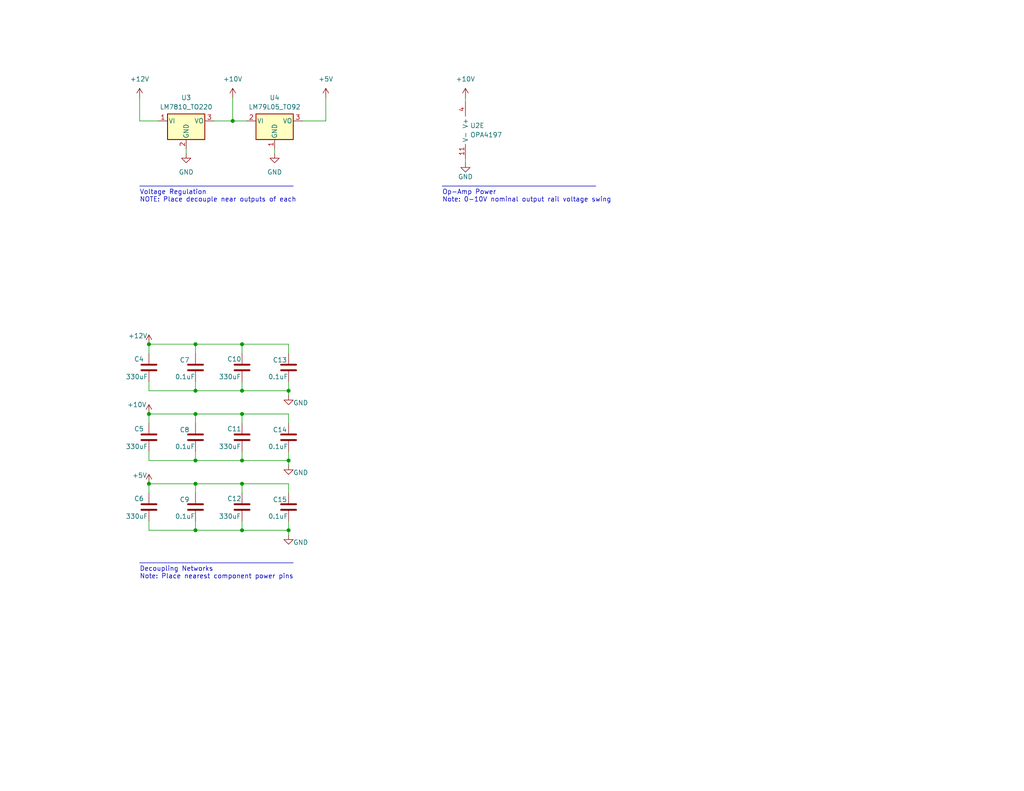
<source format=kicad_sch>
(kicad_sch (version 20231120) (generator "eeschema") (generator_version "8.0")
  (paper "USLetter")
  (title_block (title "PICO Motor Interface") (date "2024-06-24") (rev "0.00 alpha") (company "ISU") (comment 1 "Power"))
  (lib_symbols
    (symbol "Amplifier_Operational:OPA4197xPW"
      (property "Reference" "U" (at 0 3.81 0))
      (property "Value" "OPA4197xPW" (at 0 -3.81 0))
      (symbol "OPA4197xPW_1_1"
        (polyline (pts (xy -5.08 5.08) (xy 5.08 0) (xy -5.08 -5.08) (xy -5.08 5.08)) (stroke (width 0.254)) (fill (type background)))
        (pin output line (at 7.62 0 180) (length 2.54) (name "~") (number "1"))
        (pin input line (at -7.62 -2.54 0) (length 2.54) (name "-") (number "2"))
        (pin input line (at -7.62 2.54 0) (length 2.54) (name "+") (number "3"))
      )
      (symbol "OPA4197xPW_2_1"
        (polyline (pts (xy -5.08 5.08) (xy 5.08 0) (xy -5.08 -5.08) (xy -5.08 5.08)) (stroke (width 0.254)) (fill (type background)))
        (pin input line (at -7.62 2.54 0) (length 2.54) (name "+") (number "5"))
        (pin input line (at -7.62 -2.54 0) (length 2.54) (name "-") (number "6"))
        (pin output line (at 7.62 0 180) (length 2.54) (name "~") (number "7"))
      )
      (symbol "OPA4197xPW_3_1"
        (polyline (pts (xy -5.08 5.08) (xy 5.08 0) (xy -5.08 -5.08) (xy -5.08 5.08)) (stroke (width 0.254)) (fill (type background)))
        (pin input line (at -7.62 2.54 0) (length 2.54) (name "+") (number "10"))
        (pin output line (at 7.62 0 180) (length 2.54) (name "~") (number "8"))
        (pin input line (at -7.62 -2.54 0) (length 2.54) (name "-") (number "9"))
      )
      (symbol "OPA4197xPW_4_1"
        (polyline (pts (xy -5.08 5.08) (xy 5.08 0) (xy -5.08 -5.08) (xy -5.08 5.08)) (stroke (width 0.254)) (fill (type background)))
        (pin input line (at -7.62 2.54 0) (length 2.54) (name "+") (number "12"))
        (pin input line (at -7.62 -2.54 0) (length 2.54) (name "-") (number "13"))
        (pin output line (at 7.62 0 180) (length 2.54) (name "~") (number "14"))
      )
      (symbol "OPA4197xPW_5_1"
        (pin power_in line (at -2.54 -7.62 90) (length 3.81) (name "V-") (number "11"))
        (pin power_in line (at -2.54 7.62 270) (length 3.81) (name "V+") (number "4"))
      )
    )
    (symbol "Device:C" (pin_numbers hide) (pin_names (offset 0.254))
      (property "Reference" "C" (at 0.635 2.54 0))
      (property "Value" "C" (at 0.635 -2.54 0))
      (symbol "C_0_1"
        (polyline (pts (xy -2.032 -0.762) (xy 2.032 -0.762)) (stroke (width 0.508)))
        (polyline (pts (xy -2.032 0.762) (xy 2.032 0.762)) (stroke (width 0.508)))
      )
      (symbol "C_1_1"
        (pin passive line (at 0 3.81 270) (length 2.794) (name "~") (number "1"))
        (pin passive line (at 0 -3.81 90) (length 2.794) (name "~") (number "2"))
      )
    )
    (symbol "F2018-cache:GND" (power) (pin_names (offset 0))
      (property "Value" "GND" (at 0 -3.81 0))
      (symbol "GND_0_1"
        (polyline (pts (xy 0 0) (xy 0 -1.27) (xy 1.27 -1.27) (xy 0 -2.54) (xy -1.27 -1.27) (xy 0 -1.27)))
      )
      (symbol "GND_1_1"
        (pin power_in line (at 0 0 270) (length 0) hide (name "GND") (number "1"))
      )
    )
    (symbol "Regulator_Linear:LM7810_TO220" (pin_names (offset 0.254))
      (property "Reference" "U" (at -3.81 3.175 0))
      (property "Value" "LM7810_TO220" (at 0 3.175 0))
      (symbol "LM7810_TO220_0_1"
        (rectangle (start -5.08 1.905) (end 5.08 -5.08) (stroke (width 0.254)) (fill (type background)))
      )
      (symbol "LM7810_TO220_1_1"
        (pin power_in line (at -7.62 0 0) (length 2.54) (name "VI") (number "1"))
        (pin power_in line (at 0 -7.62 90) (length 2.54) (name "GND") (number "2"))
        (pin power_out line (at 7.62 0 180) (length 2.54) (name "VO") (number "3"))
      )
    )
    (symbol "Regulator_Linear:LM79L05_TO92" (pin_names (offset 0.254))
      (property "Reference" "U" (at -3.81 -3.175 0))
      (property "Value" "LM79L05_TO92" (at 0 -3.175 0))
      (symbol "LM79L05_TO92_0_1"
        (rectangle (start -5.08 5.08) (end 5.08 -1.905) (stroke (width 0.254)) (fill (type background)))
      )
      (symbol "LM79L05_TO92_1_1"
        (pin power_in line (at 0 7.62 270) (length 2.54) (name "GND") (number "1"))
        (pin power_in line (at -7.62 0 0) (length 2.54) (name "VI") (number "2"))
        (pin power_out line (at 7.62 0 180) (length 2.54) (name "VO") (number "3"))
      )
    )
    (symbol "power:+10V" (power) (pin_numbers hide) (pin_names (offset 0) hide)
      (property "Value" "+10V" (at 0 3.556 0))
      (symbol "+10V_0_1"
        (polyline (pts (xy -0.762 1.27) (xy 0 2.54)))
        (polyline (pts (xy 0 0) (xy 0 2.54)))
        (polyline (pts (xy 0 2.54) (xy 0.762 1.27)))
      )
      (symbol "+10V_1_1"
        (pin power_in line (at 0 0 90) (length 0) (name "~") (number "1"))
      )
    )
    (symbol "power:+12V" (power) (pin_numbers hide) (pin_names (offset 0) hide)
      (property "Value" "+12V" (at 0 3.556 0))
      (symbol "+12V_0_1"
        (polyline (pts (xy -0.762 1.27) (xy 0 2.54)))
        (polyline (pts (xy 0 0) (xy 0 2.54)))
        (polyline (pts (xy 0 2.54) (xy 0.762 1.27)))
      )
      (symbol "+12V_1_1"
        (pin power_in line (at 0 0 90) (length 0) (name "~") (number "1"))
      )
    )
    (symbol "power:+5V" (power) (pin_numbers hide) (pin_names (offset 0) hide)
      (property "Value" "+5V" (at 0 3.556 0))
      (symbol "+5V_0_1"
        (polyline (pts (xy -0.762 1.27) (xy 0 2.54)))
        (polyline (pts (xy 0 0) (xy 0 2.54)))
        (polyline (pts (xy 0 2.54) (xy 0.762 1.27)))
      )
      (symbol "+5V_1_1"
        (pin power_in line (at 0 0 90) (length 0) (name "~") (number "1"))
      )
    )
  )
  (junction (at 66.04 125.73))
  (junction (at 78.74 144.78))
  (junction (at 40.64 132.08))
  (junction (at 53.34 125.73))
  (junction (at 66.04 106.68))
  (junction (at 78.74 106.68))
  (junction (at 53.34 132.08))
  (junction (at 66.04 144.78))
  (junction (at 53.34 93.98))
  (junction (at 40.64 93.98))
  (junction (at 78.74 125.73))
  (junction (at 53.34 144.78))
  (junction (at 63.5 33.02))
  (junction (at 66.04 93.98))
  (junction (at 66.04 132.08))
  (junction (at 53.34 113.03))
  (junction (at 53.34 106.68))
  (junction (at 40.64 113.03))
  (junction (at 66.04 113.03))
  (wire (pts (xy 38.1 26.67) (xy 38.1 33.02)))
  (wire (pts (xy 40.64 115.57) (xy 40.64 113.03)))
  (wire (pts (xy 40.64 113.03) (xy 53.34 113.03)))
  (wire (pts (xy 78.74 125.73) (xy 78.74 127)))
  (wire (pts (xy 53.34 113.03) (xy 66.04 113.03)))
  (wire (pts (xy 40.64 144.78) (xy 53.34 144.78)))
  (polyline (pts (xy 120.65 50.8) (xy 162.56 50.8)) (stroke (width 0) (type solid)))
  (wire (pts (xy 40.64 93.98) (xy 53.34 93.98)))
  (wire (pts (xy 38.1 33.02) (xy 43.18 33.02)))
  (wire (pts (xy 40.64 96.52) (xy 40.64 93.98)))
  (wire (pts (xy 127 43.18) (xy 127 44.45)))
  (wire (pts (xy 40.64 106.68) (xy 53.34 106.68)))
  (wire (pts (xy 78.74 144.78) (xy 78.74 146.05)))
  (wire (pts (xy 53.34 132.08) (xy 66.04 132.08)))
  (wire (pts (xy 82.55 33.02) (xy 88.9 33.02)))
  (wire (pts (xy 66.04 134.62) (xy 66.04 132.08)))
  (wire (pts (xy 66.04 144.78) (xy 66.04 142.24)))
  (wire (pts (xy 53.34 125.73) (xy 53.34 123.19)))
  (wire (pts (xy 40.64 106.68) (xy 40.64 104.14)))
  (wire (pts (xy 53.34 106.68) (xy 66.04 106.68)))
  (wire (pts (xy 50.8 40.64) (xy 50.8 41.91)))
  (wire (pts (xy 40.64 132.08) (xy 53.34 132.08)))
  (wire (pts (xy 78.74 144.78) (xy 66.04 144.78)))
  (wire (pts (xy 78.74 132.08) (xy 78.74 134.62)))
  (wire (pts (xy 78.74 113.03) (xy 78.74 115.57)))
  (wire (pts (xy 78.74 106.68) (xy 66.04 106.68)))
  (wire (pts (xy 40.64 144.78) (xy 40.64 142.24)))
  (wire (pts (xy 66.04 115.57) (xy 66.04 113.03)))
  (wire (pts (xy 66.04 106.68) (xy 66.04 104.14)))
  (wire (pts (xy 78.74 144.78) (xy 78.74 142.24)))
  (wire (pts (xy 53.34 115.57) (xy 53.34 113.03)))
  (wire (pts (xy 74.93 40.64) (xy 74.93 41.91)))
  (wire (pts (xy 53.34 144.78) (xy 53.34 142.24)))
  (wire (pts (xy 78.74 125.73) (xy 78.74 123.19)))
  (polyline (pts (xy 38.1 153.67) (xy 80.01 153.67)) (stroke (width 0) (type solid)))
  (wire (pts (xy 66.04 93.98) (xy 78.74 93.98)))
  (wire (pts (xy 78.74 93.98) (xy 78.74 96.52)))
  (wire (pts (xy 40.64 134.62) (xy 40.64 132.08)))
  (wire (pts (xy 127 26.67) (xy 127 27.94)))
  (wire (pts (xy 78.74 106.68) (xy 78.74 107.95)))
  (wire (pts (xy 53.34 93.98) (xy 66.04 93.98)))
  (wire (pts (xy 66.04 125.73) (xy 66.04 123.19)))
  (wire (pts (xy 53.34 125.73) (xy 66.04 125.73)))
  (wire (pts (xy 88.9 33.02) (xy 88.9 26.67)))
  (polyline (pts (xy 38.1 50.8) (xy 80.01 50.8)) (stroke (width 0) (type solid)))
  (wire (pts (xy 63.5 26.67) (xy 63.5 33.02)))
  (wire (pts (xy 66.04 96.52) (xy 66.04 93.98)))
  (wire (pts (xy 53.34 96.52) (xy 53.34 93.98)))
  (wire (pts (xy 78.74 106.68) (xy 78.74 104.14)))
  (wire (pts (xy 58.42 33.02) (xy 63.5 33.02)))
  (wire (pts (xy 40.64 125.73) (xy 40.64 123.19)))
  (wire (pts (xy 53.34 134.62) (xy 53.34 132.08)))
  (wire (pts (xy 63.5 33.02) (xy 67.31 33.02)))
  (wire (pts (xy 78.74 125.73) (xy 66.04 125.73)))
  (wire (pts (xy 53.34 125.73) (xy 40.64 125.73)))
  (wire (pts (xy 66.04 113.03) (xy 78.74 113.03)))
  (wire (pts (xy 53.34 144.78) (xy 66.04 144.78)))
  (wire (pts (xy 53.34 106.68) (xy 53.34 104.14)))
  (wire (pts (xy 66.04 132.08) (xy 78.74 132.08)))
  (text "Voltage Regulation\nNOTE: Place decouple near outputs of each\n\n" (at 38.1 51.816 0) (effects (font (size 1.27 1.27)) (justify left top)))
  (text "Op-Amp Power\nNote: 0-10V nominal output rail voltage swing" (at 120.65 51.816 0) (effects (font (size 1.27 1.27)) (justify left top)))
  (text "Decoupling Networks\nNote: Place nearest component power pins" (at 38.1 154.686 0) (effects (font (size 1.27 1.27)) (justify left top)))
  (symbol (lib_id "Device:C") (at 53.34 119.38 0) (unit 1)
    (property "Reference" "C8" (at 49.022 117.348 0) (effects (justify left)))
    (property "Value" "0.1uF" (at 47.752 121.92 0) (effects (justify left)))
    (property "Description" "Unpolarized capacitor" (effects (hide yes)))
  )
  (symbol (lib_id "Device:C") (at 40.64 100.33 0) (unit 1)
    (property "Reference" "C4" (at 36.576 98.044 0) (effects (justify left)))
    (property "Value" "330uF" (at 34.29 102.87 0) (effects (justify left)))
    (property "Description" "Unpolarized capacitor" (effects (hide yes)))
  )
  (symbol (lib_id "Amplifier_Operational:OPA4197xPW") (at 129.54 35.56 0) (unit 5)
    (property "Reference" "U2" (at 128.27 34.2899 0) (effects (justify left)))
    (property "Value" "OPA4197" (at 128.27 36.8299 0) (effects (justify left)))
    (property "Footprint" "Package_SO:TSSOP-14_4.4x5mm_P0.65mm" (effects (hide yes)))
    (property "Datasheet" "http://www.ti.com/lit/ds/symlink/opa4197.pdf" (effects (hide yes)))
    (property "Description" "Quad 36V, Precision, Rail-to-Rail Input/Output, Low Offset Voltage, Operational Amplifier, TSSOP-14" (effects (hide yes)))
  )
  (symbol (lib_id "Device:C") (at 78.74 100.33 0) (unit 1)
    (property "Reference" "C13" (at 74.422 98.298 0) (effects (justify left)))
    (property "Value" "0.1uF" (at 73.152 102.87 0) (effects (justify left)))
    (property "Description" "Unpolarized capacitor" (effects (hide yes)))
  )
  (symbol (lib_id "F2018-cache:GND") (at 50.8 41.91 0) (unit 1)
    (property "Reference" "#PWR031" (effects (hide yes)))
    (property "Value" "GND" (at 50.8 46.99 0))
  )
  (symbol (lib_id "Device:C") (at 40.64 119.38 0) (unit 1)
    (property "Reference" "C5" (at 36.576 117.094 0) (effects (justify left)))
    (property "Value" "330uF" (at 34.29 121.92 0) (effects (justify left)))
    (property "Description" "Unpolarized capacitor" (effects (hide yes)))
  )
  (symbol (lib_id "Device:C") (at 53.34 138.43 0) (unit 1)
    (property "Reference" "C9" (at 49.022 136.398 0) (effects (justify left)))
    (property "Value" "0.1uF" (at 47.752 140.97 0) (effects (justify left)))
    (property "Description" "Unpolarized capacitor" (effects (hide yes)))
  )
  (symbol (lib_id "F2018-cache:GND") (at 127 44.45 0) (unit 1)
    (property "Reference" "#PWR039" (effects (hide yes)))
    (property "Value" "GND" (at 127 48.26 0))
  )
  (symbol (lib_id "power:+10V") (at 127 26.67 0) (unit 1)
    (property "Reference" "#PWR038" (effects (hide yes)))
    (property "Value" "+10V" (at 127 21.59 0))
    (property "Description" "Power symbol creates a global label with name \"+10V\"" (effects (hide yes)))
  )
  (symbol (lib_id "Device:C") (at 78.74 138.43 0) (unit 1)
    (property "Reference" "C15" (at 74.422 136.398 0) (effects (justify left)))
    (property "Value" "0.1uF" (at 73.152 140.97 0) (effects (justify left)))
    (property "Description" "Unpolarized capacitor" (effects (hide yes)))
  )
  (symbol (lib_id "power:+10V") (at 40.64 113.03 0) (unit 1)
    (property "Reference" "#PWR029" (effects (hide yes)))
    (property "Value" "+10V" (at 37.338 110.49 0))
    (property "Description" "Power symbol creates a global label with name \"+10V\"" (effects (hide yes)))
  )
  (symbol (lib_id "power:+5V") (at 88.9 26.67 0) (unit 1)
    (property "Reference" "#PWR037" (effects (hide yes)))
    (property "Value" "+5V" (at 88.9 21.59 0))
    (property "Description" "Power symbol creates a global label with name \"+5V\"" (effects (hide yes)))
  )
  (symbol (lib_id "Device:C") (at 78.74 119.38 0) (unit 1)
    (property "Reference" "C14" (at 74.422 117.348 0) (effects (justify left)))
    (property "Value" "0.1uF" (at 73.152 121.92 0) (effects (justify left)))
    (property "Description" "Unpolarized capacitor" (effects (hide yes)))
  )
  (symbol (lib_id "power:+12V") (at 40.64 93.98 0) (unit 1)
    (property "Reference" "#PWR028" (effects (hide yes)))
    (property "Value" "+12V" (at 37.592 91.694 0))
    (property "Description" "Power symbol creates a global label with name \"+12V\"" (effects (hide yes)))
  )
  (symbol (lib_id "power:+12V") (at 38.1 26.67 0) (unit 1)
    (property "Reference" "#PWR027" (effects (hide yes)))
    (property "Value" "+12V" (at 38.1 21.59 0))
    (property "Description" "Power symbol creates a global label with name \"+12V\"" (effects (hide yes)))
  )
  (symbol (lib_id "F2018-cache:GND") (at 78.74 107.95 0) (unit 1)
    (property "Reference" "#PWR034" (effects (hide yes)))
    (property "Value" "GND" (at 82.042 109.982 0))
  )
  (symbol (lib_id "Device:C") (at 66.04 100.33 0) (unit 1)
    (property "Reference" "C10" (at 61.976 98.044 0) (effects (justify left)))
    (property "Value" "330uF" (at 59.69 102.87 0) (effects (justify left)))
    (property "Description" "Unpolarized capacitor" (effects (hide yes)))
  )
  (symbol (lib_id "power:+10V") (at 63.5 26.67 0) (unit 1)
    (property "Reference" "#PWR032" (effects (hide yes)))
    (property "Value" "+10V" (at 63.5 21.59 0))
    (property "Description" "Power symbol creates a global label with name \"+10V\"" (effects (hide yes)))
  )
  (symbol (lib_id "Device:C") (at 53.34 100.33 0) (unit 1)
    (property "Reference" "C7" (at 49.022 98.298 0) (effects (justify left)))
    (property "Value" "0.1uF" (at 47.752 102.87 0) (effects (justify left)))
    (property "Description" "Unpolarized capacitor" (effects (hide yes)))
  )
  (symbol (lib_id "Device:C") (at 66.04 138.43 0) (unit 1)
    (property "Reference" "C12" (at 61.976 136.144 0) (effects (justify left)))
    (property "Value" "330uF" (at 59.69 140.97 0) (effects (justify left)))
    (property "Description" "Unpolarized capacitor" (effects (hide yes)))
  )
  (symbol (lib_id "F2018-cache:GND") (at 78.74 127 0) (unit 1)
    (property "Reference" "#PWR035" (effects (hide yes)))
    (property "Value" "GND" (at 82.042 129.032 0))
  )
  (symbol (lib_id "F2018-cache:GND") (at 74.93 41.91 0) (unit 1)
    (property "Reference" "#PWR033" (effects (hide yes)))
    (property "Value" "GND" (at 74.93 46.99 0))
  )
  (symbol (lib_id "Device:C") (at 66.04 119.38 0) (unit 1)
    (property "Reference" "C11" (at 61.976 117.094 0) (effects (justify left)))
    (property "Value" "330uF" (at 59.69 121.92 0) (effects (justify left)))
    (property "Description" "Unpolarized capacitor" (effects (hide yes)))
  )
  (symbol (lib_id "Regulator_Linear:LM7810_TO220") (at 50.8 33.02 0) (unit 1)
    (property "Reference" "U3" (at 50.8 26.67 0))
    (property "Value" "LM7810_TO220" (at 50.8 29.21 0))
    (property "Footprint" "Package_TO_SOT_THT:TO-220-3_Vertical" (effects (hide yes)))
    (property "Datasheet" "https://www.onsemi.cn/PowerSolutions/document/MC7800-D.PDF" (effects (hide yes)))
    (property "Description" "Positive 1A 35V Linear Regulator, Fixed Output 10V, TO-220" (effects (hide yes)))
  )
  (symbol (lib_id "Regulator_Linear:LM79L05_TO92") (at 74.93 33.02 0) (mirror x) (unit 1)
    (property "Reference" "U4" (at 74.93 26.67 0))
    (property "Value" "LM79L05_TO92" (at 74.93 29.21 0))
    (property "Footprint" "Package_TO_SOT_THT:TO-92_Inline" (effects (hide yes)))
    (property "Datasheet" "http://www.ti.com/lit/ds/symlink/lm79l.pdf" (effects (hide yes)))
    (property "Description" "3-Terminal Negative Regulator, -5V, TO-92" (effects (hide yes)))
  )
  (symbol (lib_id "Device:C") (at 40.64 138.43 0) (unit 1)
    (property "Reference" "C6" (at 36.576 136.144 0) (effects (justify left)))
    (property "Value" "330uF" (at 34.29 140.97 0) (effects (justify left)))
    (property "Description" "Unpolarized capacitor" (effects (hide yes)))
  )
  (symbol (lib_id "F2018-cache:GND") (at 78.74 146.05 0) (unit 1)
    (property "Reference" "#PWR036" (effects (hide yes)))
    (property "Value" "GND" (at 82.042 148.082 0))
  )
  (symbol (lib_id "power:+5V") (at 40.64 132.08 0) (unit 1)
    (property "Reference" "#PWR030" (effects (hide yes)))
    (property "Value" "+5V" (at 38.1 129.794 0))
    (property "Description" "Power symbol creates a global label with name \"+5V\"" (effects (hide yes)))
  )
)
</source>
